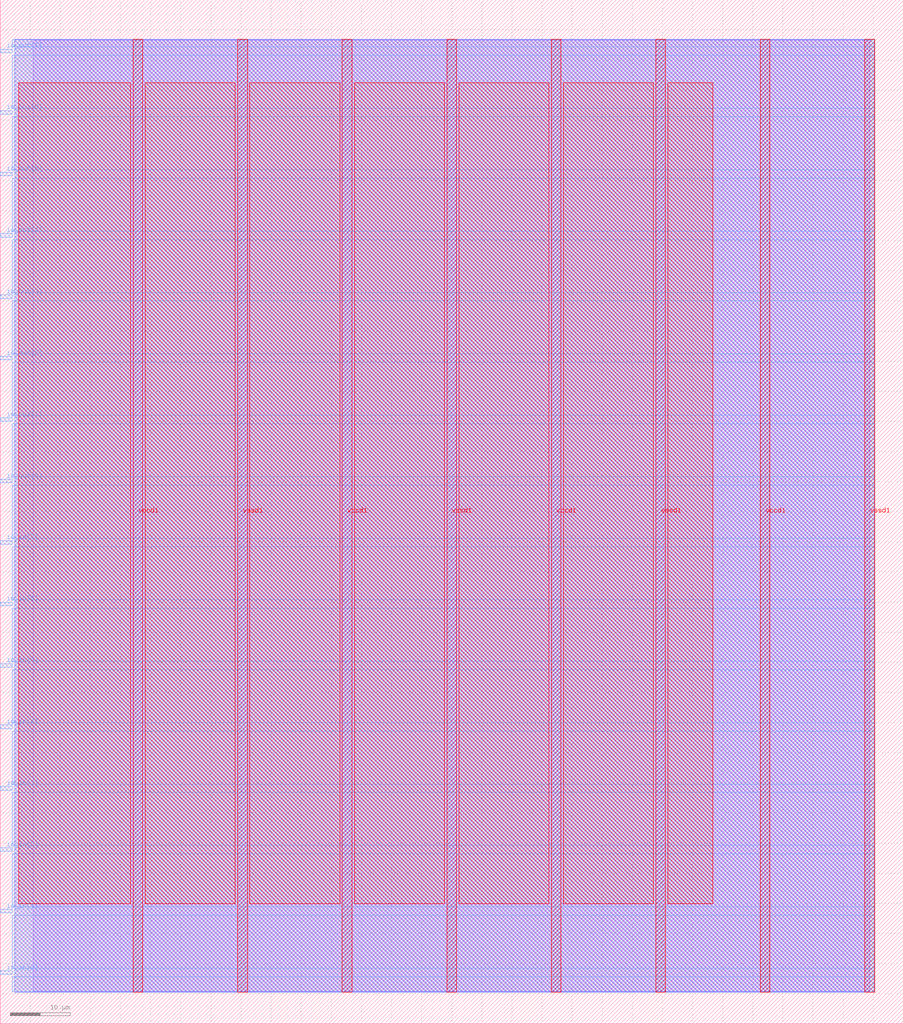
<source format=lef>
VERSION 5.7 ;
  NOWIREEXTENSIONATPIN ON ;
  DIVIDERCHAR "/" ;
  BUSBITCHARS "[]" ;
MACRO secretFile
  CLASS BLOCK ;
  FOREIGN secretFile ;
  ORIGIN 0.000 0.000 ;
  SIZE 150.000 BY 170.000 ;
  PIN io_in[0]
    DIRECTION INPUT ;
    USE SIGNAL ;
    PORT
      LAYER met3 ;
        RECT 0.000 8.200 2.000 8.800 ;
    END
  END io_in[0]
  PIN io_in[1]
    DIRECTION INPUT ;
    USE SIGNAL ;
    PORT
      LAYER met3 ;
        RECT 0.000 18.400 2.000 19.000 ;
    END
  END io_in[1]
  PIN io_in[2]
    DIRECTION INPUT ;
    USE SIGNAL ;
    PORT
      LAYER met3 ;
        RECT 0.000 28.600 2.000 29.200 ;
    END
  END io_in[2]
  PIN io_in[3]
    DIRECTION INPUT ;
    USE SIGNAL ;
    PORT
      LAYER met3 ;
        RECT 0.000 38.800 2.000 39.400 ;
    END
  END io_in[3]
  PIN io_in[4]
    DIRECTION INPUT ;
    USE SIGNAL ;
    PORT
      LAYER met3 ;
        RECT 0.000 49.000 2.000 49.600 ;
    END
  END io_in[4]
  PIN io_in[5]
    DIRECTION INPUT ;
    USE SIGNAL ;
    PORT
      LAYER met3 ;
        RECT 0.000 59.200 2.000 59.800 ;
    END
  END io_in[5]
  PIN io_in[6]
    DIRECTION INPUT ;
    USE SIGNAL ;
    PORT
      LAYER met3 ;
        RECT 0.000 69.400 2.000 70.000 ;
    END
  END io_in[6]
  PIN io_in[7]
    DIRECTION INPUT ;
    USE SIGNAL ;
    PORT
      LAYER met3 ;
        RECT 0.000 79.600 2.000 80.200 ;
    END
  END io_in[7]
  PIN io_out[0]
    DIRECTION OUTPUT TRISTATE ;
    USE SIGNAL ;
    PORT
      LAYER met3 ;
        RECT 0.000 89.800 2.000 90.400 ;
    END
  END io_out[0]
  PIN io_out[1]
    DIRECTION OUTPUT TRISTATE ;
    USE SIGNAL ;
    PORT
      LAYER met3 ;
        RECT 0.000 100.000 2.000 100.600 ;
    END
  END io_out[1]
  PIN io_out[2]
    DIRECTION OUTPUT TRISTATE ;
    USE SIGNAL ;
    PORT
      LAYER met3 ;
        RECT 0.000 110.200 2.000 110.800 ;
    END
  END io_out[2]
  PIN io_out[3]
    DIRECTION OUTPUT TRISTATE ;
    USE SIGNAL ;
    PORT
      LAYER met3 ;
        RECT 0.000 120.400 2.000 121.000 ;
    END
  END io_out[3]
  PIN io_out[4]
    DIRECTION OUTPUT TRISTATE ;
    USE SIGNAL ;
    PORT
      LAYER met3 ;
        RECT 0.000 130.600 2.000 131.200 ;
    END
  END io_out[4]
  PIN io_out[5]
    DIRECTION OUTPUT TRISTATE ;
    USE SIGNAL ;
    PORT
      LAYER met3 ;
        RECT 0.000 140.800 2.000 141.400 ;
    END
  END io_out[5]
  PIN io_out[6]
    DIRECTION OUTPUT TRISTATE ;
    USE SIGNAL ;
    PORT
      LAYER met3 ;
        RECT 0.000 151.000 2.000 151.600 ;
    END
  END io_out[6]
  PIN io_out[7]
    DIRECTION OUTPUT TRISTATE ;
    USE SIGNAL ;
    PORT
      LAYER met3 ;
        RECT 0.000 161.200 2.000 161.800 ;
    END
  END io_out[7]
  PIN vccd1
    DIRECTION INOUT ;
    USE POWER ;
    PORT
      LAYER met4 ;
        RECT 22.085 5.200 23.685 163.440 ;
    END
    PORT
      LAYER met4 ;
        RECT 56.815 5.200 58.415 163.440 ;
    END
    PORT
      LAYER met4 ;
        RECT 91.545 5.200 93.145 163.440 ;
    END
    PORT
      LAYER met4 ;
        RECT 126.275 5.200 127.875 163.440 ;
    END
  END vccd1
  PIN vssd1
    DIRECTION INOUT ;
    USE GROUND ;
    PORT
      LAYER met4 ;
        RECT 39.450 5.200 41.050 163.440 ;
    END
    PORT
      LAYER met4 ;
        RECT 74.180 5.200 75.780 163.440 ;
    END
    PORT
      LAYER met4 ;
        RECT 108.910 5.200 110.510 163.440 ;
    END
    PORT
      LAYER met4 ;
        RECT 143.640 5.200 145.240 163.440 ;
    END
  END vssd1
  OBS
      LAYER li1 ;
        RECT 5.520 5.355 144.440 163.285 ;
      LAYER met1 ;
        RECT 2.370 5.200 145.240 163.440 ;
      LAYER met2 ;
        RECT 2.390 5.255 145.210 163.385 ;
      LAYER met3 ;
        RECT 2.000 162.200 145.230 163.365 ;
        RECT 2.400 160.800 145.230 162.200 ;
        RECT 2.000 152.000 145.230 160.800 ;
        RECT 2.400 150.600 145.230 152.000 ;
        RECT 2.000 141.800 145.230 150.600 ;
        RECT 2.400 140.400 145.230 141.800 ;
        RECT 2.000 131.600 145.230 140.400 ;
        RECT 2.400 130.200 145.230 131.600 ;
        RECT 2.000 121.400 145.230 130.200 ;
        RECT 2.400 120.000 145.230 121.400 ;
        RECT 2.000 111.200 145.230 120.000 ;
        RECT 2.400 109.800 145.230 111.200 ;
        RECT 2.000 101.000 145.230 109.800 ;
        RECT 2.400 99.600 145.230 101.000 ;
        RECT 2.000 90.800 145.230 99.600 ;
        RECT 2.400 89.400 145.230 90.800 ;
        RECT 2.000 80.600 145.230 89.400 ;
        RECT 2.400 79.200 145.230 80.600 ;
        RECT 2.000 70.400 145.230 79.200 ;
        RECT 2.400 69.000 145.230 70.400 ;
        RECT 2.000 60.200 145.230 69.000 ;
        RECT 2.400 58.800 145.230 60.200 ;
        RECT 2.000 50.000 145.230 58.800 ;
        RECT 2.400 48.600 145.230 50.000 ;
        RECT 2.000 39.800 145.230 48.600 ;
        RECT 2.400 38.400 145.230 39.800 ;
        RECT 2.000 29.600 145.230 38.400 ;
        RECT 2.400 28.200 145.230 29.600 ;
        RECT 2.000 19.400 145.230 28.200 ;
        RECT 2.400 18.000 145.230 19.400 ;
        RECT 2.000 9.200 145.230 18.000 ;
        RECT 2.400 7.800 145.230 9.200 ;
        RECT 2.000 5.275 145.230 7.800 ;
      LAYER met4 ;
        RECT 3.055 19.895 21.685 156.225 ;
        RECT 24.085 19.895 39.050 156.225 ;
        RECT 41.450 19.895 56.415 156.225 ;
        RECT 58.815 19.895 73.780 156.225 ;
        RECT 76.180 19.895 91.145 156.225 ;
        RECT 93.545 19.895 108.510 156.225 ;
        RECT 110.910 19.895 118.385 156.225 ;
  END
END secretFile
END LIBRARY


</source>
